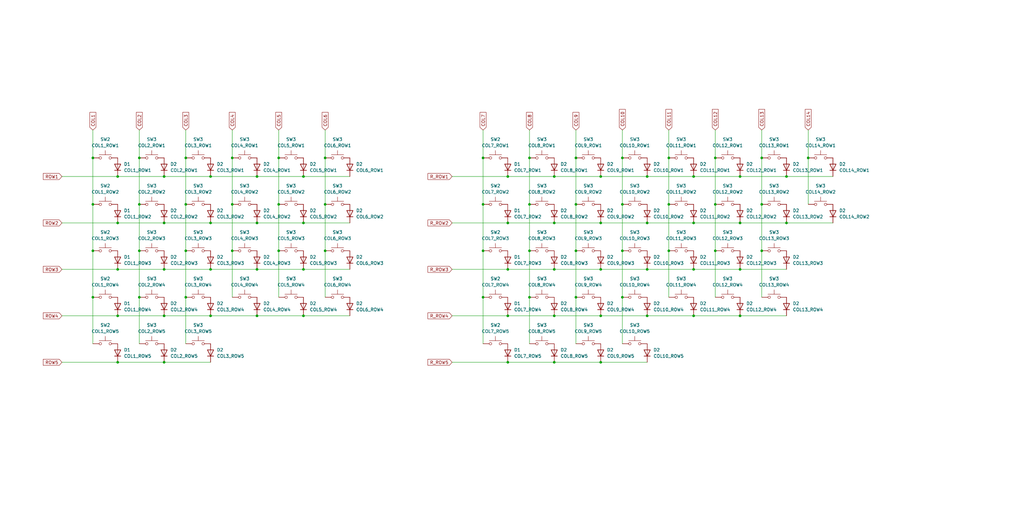
<source format=kicad_sch>
(kicad_sch (version 20230121) (generator eeschema)
  (paper "User" 419.989 210.007)
  (title_block (title "mfk60 Matrix") (date "2023-12-27") (rev "1") (company "@niw"))
  (junction (at 95.25 83.82))
  (junction (at 236.22 83.82))
  (junction (at 124.46 72.39))
  (junction (at 274.32 64.77))
  (junction (at 293.37 64.77))
  (junction (at 114.3 83.82))
  (junction (at 208.28 110.49))
  (junction (at 322.58 91.44))
  (junction (at 312.42 83.82))
  (junction (at 246.38 91.44))
  (junction (at 86.36 72.39))
  (junction (at 284.48 110.49))
  (junction (at 76.2 83.82))
  (junction (at 38.1 102.87))
  (junction (at 312.42 102.87))
  (junction (at 208.28 148.59))
  (junction (at 208.28 72.39))
  (junction (at 227.33 72.39))
  (junction (at 114.3 64.77))
  (junction (at 265.43 91.44))
  (junction (at 255.27 102.87))
  (junction (at 236.22 64.77))
  (junction (at 86.36 91.44))
  (junction (at 48.26 91.44))
  (junction (at 105.41 91.44))
  (junction (at 312.42 64.77))
  (junction (at 331.47 64.77))
  (junction (at 133.35 83.82))
  (junction (at 198.12 102.87))
  (junction (at 303.53 72.39))
  (junction (at 265.43 129.54))
  (junction (at 76.2 64.77))
  (junction (at 217.17 102.87))
  (junction (at 38.1 64.77))
  (junction (at 255.27 83.82))
  (junction (at 38.1 121.92))
  (junction (at 236.22 121.92))
  (junction (at 274.32 83.82))
  (junction (at 67.31 129.54))
  (junction (at 67.31 110.49))
  (junction (at 217.17 64.77))
  (junction (at 303.53 110.49))
  (junction (at 293.37 102.87))
  (junction (at 76.2 121.92))
  (junction (at 57.15 121.92))
  (junction (at 227.33 148.59))
  (junction (at 86.36 129.54))
  (junction (at 124.46 129.54))
  (junction (at 133.35 102.87))
  (junction (at 246.38 72.39))
  (junction (at 67.31 72.39))
  (junction (at 293.37 83.82))
  (junction (at 246.38 110.49))
  (junction (at 67.31 91.44))
  (junction (at 303.53 129.54))
  (junction (at 67.31 148.59))
  (junction (at 198.12 64.77))
  (junction (at 227.33 110.49))
  (junction (at 95.25 64.77))
  (junction (at 284.48 72.39))
  (junction (at 255.27 121.92))
  (junction (at 208.28 129.54))
  (junction (at 246.38 129.54))
  (junction (at 114.3 102.87))
  (junction (at 198.12 121.92))
  (junction (at 198.12 83.82))
  (junction (at 38.1 83.82))
  (junction (at 208.28 91.44))
  (junction (at 133.35 64.77))
  (junction (at 322.58 72.39))
  (junction (at 227.33 129.54))
  (junction (at 124.46 110.49))
  (junction (at 246.38 148.59))
  (junction (at 95.25 102.87))
  (junction (at 265.43 110.49))
  (junction (at 284.48 129.54))
  (junction (at 217.17 121.92))
  (junction (at 76.2 102.87))
  (junction (at 217.17 83.82))
  (junction (at 236.22 102.87))
  (junction (at 105.41 72.39))
  (junction (at 265.43 72.39))
  (junction (at 86.36 110.49))
  (junction (at 274.32 102.87))
  (junction (at 124.46 91.44))
  (junction (at 57.15 64.77))
  (junction (at 255.27 64.77))
  (junction (at 57.15 83.82))
  (junction (at 227.33 91.44))
  (junction (at 48.26 129.54))
  (junction (at 105.41 110.49))
  (junction (at 48.26 110.49))
  (junction (at 48.26 148.59))
  (junction (at 57.15 102.87))
  (junction (at 284.48 91.44))
  (junction (at 48.26 72.39))
  (junction (at 105.41 129.54))
  (junction (at 303.53 91.44))
  (wire (pts (xy 312.42 102.87) (xy 312.42 121.92)))
  (wire (pts (xy 303.53 91.44) (xy 322.58 91.44)))
  (wire (pts (xy 25.4 110.49) (xy 48.26 110.49)))
  (wire (pts (xy 217.17 83.82) (xy 217.17 102.87)))
  (wire (pts (xy 25.4 72.39) (xy 48.26 72.39)))
  (wire (pts (xy 76.2 64.77) (xy 76.2 83.82)))
  (wire (pts (xy 322.58 72.39) (xy 341.63 72.39)))
  (wire (pts (xy 48.26 129.54) (xy 67.31 129.54)))
  (wire (pts (xy 246.38 148.59) (xy 265.43 148.59)))
  (wire (pts (xy 255.27 64.77) (xy 255.27 83.82)))
  (wire (pts (xy 38.1 121.92) (xy 38.1 140.97)))
  (wire (pts (xy 38.1 83.82) (xy 38.1 102.87)))
  (wire (pts (xy 76.2 102.87) (xy 76.2 121.92)))
  (wire (pts (xy 293.37 102.87) (xy 293.37 121.92)))
  (wire (pts (xy 185.42 91.44) (xy 208.28 91.44)))
  (wire (pts (xy 236.22 53.34) (xy 236.22 64.77)))
  (wire (pts (xy 133.35 64.77) (xy 133.35 83.82)))
  (wire (pts (xy 265.43 72.39) (xy 284.48 72.39)))
  (wire (pts (xy 217.17 102.87) (xy 217.17 121.92)))
  (wire (pts (xy 114.3 53.34) (xy 114.3 64.77)))
  (wire (pts (xy 76.2 53.34) (xy 76.2 64.77)))
  (wire (pts (xy 67.31 91.44) (xy 86.36 91.44)))
  (wire (pts (xy 312.42 64.77) (xy 312.42 83.82)))
  (wire (pts (xy 246.38 72.39) (xy 265.43 72.39)))
  (wire (pts (xy 255.27 121.92) (xy 255.27 140.97)))
  (wire (pts (xy 198.12 64.77) (xy 198.12 83.82)))
  (wire (pts (xy 86.36 72.39) (xy 105.41 72.39)))
  (wire (pts (xy 57.15 53.34) (xy 57.15 64.77)))
  (wire (pts (xy 217.17 121.92) (xy 217.17 140.97)))
  (wire (pts (xy 67.31 148.59) (xy 86.36 148.59)))
  (wire (pts (xy 105.41 91.44) (xy 124.46 91.44)))
  (wire (pts (xy 322.58 91.44) (xy 341.63 91.44)))
  (wire (pts (xy 57.15 121.92) (xy 57.15 140.97)))
  (wire (pts (xy 198.12 83.82) (xy 198.12 102.87)))
  (wire (pts (xy 208.28 148.59) (xy 227.33 148.59)))
  (wire (pts (xy 124.46 129.54) (xy 143.51 129.54)))
  (wire (pts (xy 246.38 91.44) (xy 265.43 91.44)))
  (wire (pts (xy 67.31 72.39) (xy 86.36 72.39)))
  (wire (pts (xy 236.22 121.92) (xy 236.22 140.97)))
  (wire (pts (xy 38.1 102.87) (xy 38.1 121.92)))
  (wire (pts (xy 255.27 83.82) (xy 255.27 102.87)))
  (wire (pts (xy 198.12 53.34) (xy 198.12 64.77)))
  (wire (pts (xy 76.2 83.82) (xy 76.2 102.87)))
  (wire (pts (xy 265.43 91.44) (xy 284.48 91.44)))
  (wire (pts (xy 67.31 110.49) (xy 86.36 110.49)))
  (wire (pts (xy 57.15 83.82) (xy 57.15 102.87)))
  (wire (pts (xy 67.31 129.54) (xy 86.36 129.54)))
  (wire (pts (xy 284.48 129.54) (xy 303.53 129.54)))
  (wire (pts (xy 236.22 64.77) (xy 236.22 83.82)))
  (wire (pts (xy 105.41 129.54) (xy 124.46 129.54)))
  (wire (pts (xy 227.33 91.44) (xy 246.38 91.44)))
  (wire (pts (xy 274.32 83.82) (xy 274.32 102.87)))
  (wire (pts (xy 303.53 110.49) (xy 322.58 110.49)))
  (wire (pts (xy 293.37 83.82) (xy 293.37 102.87)))
  (wire (pts (xy 246.38 110.49) (xy 265.43 110.49)))
  (wire (pts (xy 25.4 129.54) (xy 48.26 129.54)))
  (wire (pts (xy 255.27 53.34) (xy 255.27 64.77)))
  (wire (pts (xy 274.32 53.34) (xy 274.32 64.77)))
  (wire (pts (xy 303.53 72.39) (xy 322.58 72.39)))
  (wire (pts (xy 25.4 148.59) (xy 48.26 148.59)))
  (wire (pts (xy 48.26 110.49) (xy 67.31 110.49)))
  (wire (pts (xy 95.25 83.82) (xy 95.25 102.87)))
  (wire (pts (xy 133.35 83.82) (xy 133.35 102.87)))
  (wire (pts (xy 208.28 129.54) (xy 227.33 129.54)))
  (wire (pts (xy 185.42 148.59) (xy 208.28 148.59)))
  (wire (pts (xy 265.43 129.54) (xy 284.48 129.54)))
  (wire (pts (xy 124.46 110.49) (xy 143.51 110.49)))
  (wire (pts (xy 246.38 129.54) (xy 265.43 129.54)))
  (wire (pts (xy 114.3 83.82) (xy 114.3 102.87)))
  (wire (pts (xy 284.48 72.39) (xy 303.53 72.39)))
  (wire (pts (xy 95.25 102.87) (xy 95.25 121.92)))
  (wire (pts (xy 312.42 53.34) (xy 312.42 64.77)))
  (wire (pts (xy 76.2 121.92) (xy 76.2 140.97)))
  (wire (pts (xy 312.42 83.82) (xy 312.42 102.87)))
  (wire (pts (xy 265.43 110.49) (xy 284.48 110.49)))
  (wire (pts (xy 185.42 110.49) (xy 208.28 110.49)))
  (wire (pts (xy 274.32 64.77) (xy 274.32 83.82)))
  (wire (pts (xy 105.41 72.39) (xy 124.46 72.39)))
  (wire (pts (xy 293.37 64.77) (xy 293.37 83.82)))
  (wire (pts (xy 331.47 53.34) (xy 331.47 64.77)))
  (wire (pts (xy 227.33 148.59) (xy 246.38 148.59)))
  (wire (pts (xy 185.42 72.39) (xy 208.28 72.39)))
  (wire (pts (xy 227.33 72.39) (xy 246.38 72.39)))
  (wire (pts (xy 95.25 53.34) (xy 95.25 64.77)))
  (wire (pts (xy 217.17 53.34) (xy 217.17 64.77)))
  (wire (pts (xy 105.41 110.49) (xy 124.46 110.49)))
  (wire (pts (xy 331.47 64.77) (xy 331.47 83.82)))
  (wire (pts (xy 293.37 53.34) (xy 293.37 64.77)))
  (wire (pts (xy 25.4 91.44) (xy 48.26 91.44)))
  (wire (pts (xy 284.48 91.44) (xy 303.53 91.44)))
  (wire (pts (xy 208.28 110.49) (xy 227.33 110.49)))
  (wire (pts (xy 48.26 72.39) (xy 67.31 72.39)))
  (wire (pts (xy 274.32 102.87) (xy 274.32 121.92)))
  (wire (pts (xy 255.27 102.87) (xy 255.27 121.92)))
  (wire (pts (xy 227.33 110.49) (xy 246.38 110.49)))
  (wire (pts (xy 38.1 53.34) (xy 38.1 64.77)))
  (wire (pts (xy 198.12 121.92) (xy 198.12 140.97)))
  (wire (pts (xy 303.53 129.54) (xy 322.58 129.54)))
  (wire (pts (xy 57.15 102.87) (xy 57.15 121.92)))
  (wire (pts (xy 284.48 110.49) (xy 303.53 110.49)))
  (wire (pts (xy 227.33 129.54) (xy 246.38 129.54)))
  (wire (pts (xy 217.17 64.77) (xy 217.17 83.82)))
  (wire (pts (xy 236.22 102.87) (xy 236.22 121.92)))
  (wire (pts (xy 236.22 83.82) (xy 236.22 102.87)))
  (wire (pts (xy 208.28 91.44) (xy 227.33 91.44)))
  (wire (pts (xy 124.46 91.44) (xy 143.51 91.44)))
  (wire (pts (xy 198.12 102.87) (xy 198.12 121.92)))
  (wire (pts (xy 133.35 53.34) (xy 133.35 64.77)))
  (wire (pts (xy 124.46 72.39) (xy 143.51 72.39)))
  (wire (pts (xy 114.3 64.77) (xy 114.3 83.82)))
  (wire (pts (xy 95.25 64.77) (xy 95.25 83.82)))
  (wire (pts (xy 38.1 64.77) (xy 38.1 83.82)))
  (wire (pts (xy 86.36 91.44) (xy 105.41 91.44)))
  (wire (pts (xy 48.26 148.59) (xy 67.31 148.59)))
  (wire (pts (xy 208.28 72.39) (xy 227.33 72.39)))
  (wire (pts (xy 48.26 91.44) (xy 67.31 91.44)))
  (wire (pts (xy 133.35 102.87) (xy 133.35 121.92)))
  (wire (pts (xy 86.36 110.49) (xy 105.41 110.49)))
  (wire (pts (xy 185.42 129.54) (xy 208.28 129.54)))
  (wire (pts (xy 114.3 102.87) (xy 114.3 121.92)))
  (wire (pts (xy 86.36 129.54) (xy 105.41 129.54)))
  (wire (pts (xy 57.15 64.77) (xy 57.15 83.82)))
  (global_label "R_ROW2" (shape input) (at 185.42 91.44 180) (property "Intersheetrefs" "${INTERSHEET_REFS}" (effects hide)))
  (global_label "COL13" (shape input) (at 312.42 53.34 90) (property "Intersheetrefs" "${INTERSHEET_REFS}" (effects hide)))
  (global_label "COL6" (shape input) (at 133.35 53.34 90) (property "Intersheetrefs" "${INTERSHEET_REFS}" (effects hide)))
  (global_label "COL8" (shape input) (at 217.17 53.34 90) (property "Intersheetrefs" "${INTERSHEET_REFS}" (effects hide)))
  (global_label "R_ROW5" (shape input) (at 185.42 148.59 180) (property "Intersheetrefs" "${INTERSHEET_REFS}" (effects hide)))
  (global_label "COL11" (shape input) (at 274.32 53.34 90) (property "Intersheetrefs" "${INTERSHEET_REFS}" (effects hide)))
  (global_label "COL4" (shape input) (at 95.25 53.34 90) (property "Intersheetrefs" "${INTERSHEET_REFS}" (effects hide)))
  (global_label "R_ROW1" (shape input) (at 185.42 72.39 180) (property "Intersheetrefs" "${INTERSHEET_REFS}" (effects hide)))
  (global_label "COL10" (shape input) (at 255.27 53.34 90) (property "Intersheetrefs" "${INTERSHEET_REFS}" (effects hide)))
  (global_label "ROW2" (shape input) (at 25.4 91.44 180) (property "Intersheetrefs" "${INTERSHEET_REFS}" (effects hide)))
  (global_label "COL5" (shape input) (at 114.3 53.34 90) (property "Intersheetrefs" "${INTERSHEET_REFS}" (effects hide)))
  (global_label "COL7" (shape input) (at 198.12 53.34 90) (property "Intersheetrefs" "${INTERSHEET_REFS}" (effects hide)))
  (global_label "COL14" (shape input) (at 331.47 53.34 90) (property "Intersheetrefs" "${INTERSHEET_REFS}" (effects hide)))
  (global_label "R_ROW3" (shape input) (at 185.42 110.49 180) (property "Intersheetrefs" "${INTERSHEET_REFS}" (effects hide)))
  (global_label "COL3" (shape input) (at 76.2 53.34 90) (property "Intersheetrefs" "${INTERSHEET_REFS}" (effects hide)))
  (global_label "COL9" (shape input) (at 236.22 53.34 90) (property "Intersheetrefs" "${INTERSHEET_REFS}" (effects hide)))
  (global_label "ROW4" (shape input) (at 25.4 129.54 180) (property "Intersheetrefs" "${INTERSHEET_REFS}" (effects hide)))
  (global_label "COL12" (shape input) (at 293.37 53.34 90) (property "Intersheetrefs" "${INTERSHEET_REFS}" (effects hide)))
  (global_label "ROW3" (shape input) (at 25.4 110.49 180) (property "Intersheetrefs" "${INTERSHEET_REFS}" (effects hide)))
  (global_label "ROW5" (shape input) (at 25.4 148.59 180) (property "Intersheetrefs" "${INTERSHEET_REFS}" (effects hide)))
  (global_label "COL1" (shape input) (at 38.1 53.34 90) (property "Intersheetrefs" "${INTERSHEET_REFS}" (effects hide)))
  (global_label "R_ROW4" (shape input) (at 185.42 129.54 180) (property "Intersheetrefs" "${INTERSHEET_REFS}" (effects hide)))
  (global_label "COL2" (shape input) (at 57.15 53.34 90) (property "Intersheetrefs" "${INTERSHEET_REFS}" (effects hide)))
  (global_label "ROW1" (shape input) (at 25.4 72.39 180) (property "Intersheetrefs" "${INTERSHEET_REFS}" (effects hide)))
  (symbol (lib_id "Switch:SW_Push") (at 100.33 64.77 0) (unit 1)
    (property "Reference" "SW3" (at 100.33 57.15 0))
    (property "Value" "COL4_ROW1" (at 100.33 59.69 0))
    (property "Footprint" "Gateron_Low_Profile:Gateron_Low_Profile_Socket" (effects hide))
    (instances (project "mfk5" (path "" (reference "SW3") (unit 1))) (project "mfk60" (path "" (reference "SW4") (unit 1))))
  )
  (symbol (lib_id "Device:D") (at 227.33 144.78 90) (unit 1)
    (property "Reference" "D2" (at 229.87 143.51 90) (effects (justify right)))
    (property "Value" "COL8_ROW5" (at 229.87 146.05 90) (effects (justify right)))
    (property "Footprint" "Diode_SMD:D_SOD-123" (effects hide))
    (property "Sim.Device" "D" (effects hide))
    (property "Sim.Pins" "1=K 2=A" (effects hide))
    (instances (project "mfk5" (path "" (reference "D2") (unit 1))) (project "mfk60" (path "" (reference "D59") (unit 1))))
  )
  (symbol (lib_id "Switch:SW_Push") (at 119.38 83.82 0) (unit 1)
    (property "Reference" "SW3" (at 119.38 76.2 0))
    (property "Value" "COL5_ROW2" (at 119.38 78.74 0))
    (property "Footprint" "Gateron_Low_Profile:Gateron_Low_Profile_Socket" (effects hide))
    (instances (project "mfk5" (path "" (reference "SW3") (unit 1))) (project "mfk60" (path "" (reference "SW19") (unit 1))))
  )
  (symbol (lib_id "Switch:SW_Push") (at 81.28 83.82 0) (unit 1)
    (property "Reference" "SW3" (at 81.28 76.2 0))
    (property "Value" "COL3_ROW2" (at 81.28 78.74 0))
    (property "Footprint" "Gateron_Low_Profile:Gateron_Low_Profile_Socket" (effects hide))
    (instances (project "mfk5" (path "" (reference "SW3") (unit 1))) (project "mfk60" (path "" (reference "SW17") (unit 1))))
  )
  (symbol (lib_id "Switch:SW_Push") (at 62.23 64.77 0) (unit 1)
    (property "Reference" "SW3" (at 62.23 57.15 0))
    (property "Value" "COL2_ROW1" (at 62.23 59.69 0))
    (property "Footprint" "Gateron_Low_Profile:Gateron_Low_Profile_Socket" (effects hide))
    (instances (project "mfk5" (path "" (reference "SW3") (unit 1))) (project "mfk60" (path "" (reference "SW2") (unit 1))))
  )
  (symbol (lib_id "Switch:SW_Push") (at 203.2 140.97 0) (unit 1)
    (property "Reference" "SW2" (at 203.2 133.35 0))
    (property "Value" "COL7_ROW5" (at 203.2 135.89 0))
    (property "Footprint" "Gateron_Low_Profile:Gateron_Low_Profile_Socket_Edge" (effects hide))
    (instances (project "mfk5" (path "" (reference "SW2") (unit 1))) (project "mfk60" (path "" (reference "SW58") (unit 1))))
  )
  (symbol (lib_id "Device:D") (at 322.58 106.68 90) (unit 1)
    (property "Reference" "D2" (at 325.12 105.41 90) (effects (justify right)))
    (property "Value" "COL13_ROW3" (at 325.12 107.95 90) (effects (justify right)))
    (property "Footprint" "Diode_SMD:D_SOD-123" (effects hide))
    (property "Sim.Device" "D" (effects hide))
    (property "Sim.Pins" "1=K 2=A" (effects hide))
    (instances (project "mfk5" (path "" (reference "D2") (unit 1))) (project "mfk60" (path "" (reference "D41") (unit 1))))
  )
  (symbol (lib_id "Device:D") (at 208.28 87.63 90) (unit 1)
    (property "Reference" "D1" (at 210.82 86.36 90) (effects (justify right)))
    (property "Value" "COL7_ROW2" (at 210.82 88.9 90) (effects (justify right)))
    (property "Footprint" "Diode_SMD:D_SOD-123" (effects hide))
    (property "Sim.Device" "D" (effects hide))
    (property "Sim.Pins" "1=K 2=A" (effects hide))
    (instances (project "mfk5" (path "" (reference "D1") (unit 1))) (project "mfk60" (path "" (reference "D21") (unit 1))))
  )
  (symbol (lib_id "Switch:SW_Push") (at 138.43 83.82 0) (unit 1)
    (property "Reference" "SW3" (at 138.43 76.2 0))
    (property "Value" "COL6_ROW2" (at 138.43 78.74 0))
    (property "Footprint" "Gateron_Low_Profile:Gateron_Low_Profile_Socket" (effects hide))
    (instances (project "mfk5" (path "" (reference "SW3") (unit 1))) (project "mfk60" (path "" (reference "SW20") (unit 1))))
  )
  (symbol (lib_id "Switch:SW_Push") (at 203.2 102.87 0) (unit 1)
    (property "Reference" "SW2" (at 203.2 95.25 0))
    (property "Value" "COL7_ROW3" (at 203.2 97.79 0))
    (property "Footprint" "Gateron_Low_Profile:Gateron_Low_Profile_Socket_Edge" (effects hide))
    (instances (project "mfk5" (path "" (reference "SW2") (unit 1))) (project "mfk60" (path "" (reference "SW35") (unit 1))))
  )
  (symbol (lib_id "Switch:SW_Push") (at 317.5 83.82 0) (unit 1)
    (property "Reference" "SW3" (at 317.5 76.2 0))
    (property "Value" "COL13_ROW2" (at 317.5 78.74 0))
    (property "Footprint" "Gateron_Low_Profile:Gateron_Low_Profile_Socket" (effects hide))
    (instances (project "mfk5" (path "" (reference "SW3") (unit 1))) (project "mfk60" (path "" (reference "SW27") (unit 1))))
  )
  (symbol (lib_id "Device:D") (at 48.26 144.78 90) (unit 1)
    (property "Reference" "D1" (at 50.8 143.51 90) (effects (justify right)))
    (property "Value" "COL1_ROW5" (at 50.8 146.05 90) (effects (justify right)))
    (property "Footprint" "Diode_SMD:D_SOD-123" (effects hide))
    (property "Sim.Device" "D" (effects hide))
    (property "Sim.Pins" "1=K 2=A" (effects hide))
    (instances (project "mfk5" (path "" (reference "D1") (unit 1))) (project "mfk60" (path "" (reference "D55") (unit 1))))
  )
  (symbol (lib_id "Switch:SW_Push") (at 260.35 121.92 0) (unit 1)
    (property "Reference" "SW3" (at 260.35 114.3 0))
    (property "Value" "COL10_ROW4" (at 260.35 116.84 0))
    (property "Footprint" "Gateron_Low_Profile:Gateron_Low_Profile_Socket" (effects hide))
    (instances (project "mfk5" (path "" (reference "SW3") (unit 1))) (project "mfk60" (path "" (reference "SW51") (unit 1))))
  )
  (symbol (lib_id "Device:D") (at 67.31 106.68 90) (unit 1)
    (property "Reference" "D2" (at 69.85 105.41 90) (effects (justify right)))
    (property "Value" "COL2_ROW3" (at 69.85 107.95 90) (effects (justify right)))
    (property "Footprint" "Diode_SMD:D_SOD-123" (effects hide))
    (property "Sim.Device" "D" (effects hide))
    (property "Sim.Pins" "1=K 2=A" (effects hide))
    (instances (project "mfk5" (path "" (reference "D2") (unit 1))) (project "mfk60" (path "" (reference "D30") (unit 1))))
  )
  (symbol (lib_id "Switch:SW_Push") (at 260.35 83.82 0) (unit 1)
    (property "Reference" "SW3" (at 260.35 76.2 0))
    (property "Value" "COL10_ROW2" (at 260.35 78.74 0))
    (property "Footprint" "Gateron_Low_Profile:Gateron_Low_Profile_Socket" (effects hide))
    (instances (project "mfk5" (path "" (reference "SW3") (unit 1))) (project "mfk60" (path "" (reference "SW24") (unit 1))))
  )
  (symbol (lib_id "Device:D") (at 341.63 68.58 90) (unit 1)
    (property "Reference" "D2" (at 344.17 67.31 90) (effects (justify right)))
    (property "Value" "COL14_ROW1" (at 344.17 69.85 90) (effects (justify right)))
    (property "Footprint" "Diode_SMD:D_SOD-123" (effects hide))
    (property "Sim.Device" "D" (effects hide))
    (property "Sim.Pins" "1=K 2=A" (effects hide))
    (instances (project "mfk5" (path "" (reference "D2") (unit 1))) (project "mfk60" (path "" (reference "D14") (unit 1))))
  )
  (symbol (lib_id "Switch:SW_Push") (at 222.25 121.92 0) (unit 1)
    (property "Reference" "SW3" (at 222.25 114.3 0))
    (property "Value" "COL8_ROW4" (at 222.25 116.84 0))
    (property "Footprint" "Gateron_Low_Profile:Gateron_Low_Profile_Socket" (effects hide))
    (instances (project "mfk5" (path "" (reference "SW3") (unit 1))) (project "mfk60" (path "" (reference "SW49") (unit 1))))
  )
  (symbol (lib_id "Switch:SW_Push") (at 43.18 121.92 0) (unit 1)
    (property "Reference" "SW2" (at 43.18 114.3 0))
    (property "Value" "COL1_ROW4" (at 43.18 116.84 0))
    (property "Footprint" "Gateron_Low_Profile:Gateron_Low_Profile_Socket_Stabilizer_2U" (effects hide))
    (instances (project "mfk5" (path "" (reference "SW2") (unit 1))) (project "mfk60" (path "" (reference "SW42") (unit 1))))
  )
  (symbol (lib_id "Device:D") (at 303.53 87.63 90) (unit 1)
    (property "Reference" "D2" (at 306.07 86.36 90) (effects (justify right)))
    (property "Value" "COL12_ROW2" (at 306.07 88.9 90) (effects (justify right)))
    (property "Footprint" "Diode_SMD:D_SOD-123" (effects hide))
    (property "Sim.Device" "D" (effects hide))
    (property "Sim.Pins" "1=K 2=A" (effects hide))
    (instances (project "mfk5" (path "" (reference "D2") (unit 1))) (project "mfk60" (path "" (reference "D26") (unit 1))))
  )
  (symbol (lib_id "Switch:SW_Push") (at 203.2 83.82 0) (unit 1)
    (property "Reference" "SW2" (at 203.2 76.2 0))
    (property "Value" "COL7_ROW2" (at 203.2 78.74 0))
    (property "Footprint" "Gateron_Low_Profile:Gateron_Low_Profile_Socket_Edge" (effects hide))
    (instances (project "mfk5" (path "" (reference "SW2") (unit 1))) (project "mfk60" (path "" (reference "SW21") (unit 1))))
  )
  (symbol (lib_id "Device:D") (at 265.43 106.68 90) (unit 1)
    (property "Reference" "D2" (at 267.97 105.41 90) (effects (justify right)))
    (property "Value" "COL10_ROW3" (at 267.97 107.95 90) (effects (justify right)))
    (property "Footprint" "Diode_SMD:D_SOD-123" (effects hide))
    (property "Sim.Device" "D" (effects hide))
    (property "Sim.Pins" "1=K 2=A" (effects hide))
    (instances (project "mfk5" (path "" (reference "D2") (unit 1))) (project "mfk60" (path "" (reference "D38") (unit 1))))
  )
  (symbol (lib_id "Switch:SW_Push") (at 222.25 64.77 0) (unit 1)
    (property "Reference" "SW3" (at 222.25 57.15 0))
    (property "Value" "COL8_ROW1" (at 222.25 59.69 0))
    (property "Footprint" "Gateron_Low_Profile:Gateron_Low_Profile_Socket" (effects hide))
    (instances (project "mfk5" (path "" (reference "SW3") (unit 1))) (project "mfk60" (path "" (reference "SW8") (unit 1))))
  )
  (symbol (lib_id "Switch:SW_Push") (at 317.5 64.77 0) (unit 1)
    (property "Reference" "SW3" (at 317.5 57.15 0))
    (property "Value" "COL13_ROW1" (at 317.5 59.69 0))
    (property "Footprint" "Gateron_Low_Profile:Gateron_Low_Profile_Socket" (effects hide))
    (instances (project "mfk5" (path "" (reference "SW3") (unit 1))) (project "mfk60" (path "" (reference "SW13") (unit 1))))
  )
  (symbol (lib_id "Device:D") (at 143.51 106.68 90) (unit 1)
    (property "Reference" "D2" (at 146.05 105.41 90) (effects (justify right)))
    (property "Value" "COL6_ROW3" (at 146.05 107.95 90) (effects (justify right)))
    (property "Footprint" "Diode_SMD:D_SOD-123" (effects hide))
    (property "Sim.Device" "D" (effects hide))
    (property "Sim.Pins" "1=K 2=A" (effects hide))
    (instances (project "mfk5" (path "" (reference "D2") (unit 1))) (project "mfk60" (path "" (reference "D34") (unit 1))))
  )
  (symbol (lib_id "Device:D") (at 86.36 125.73 90) (unit 1)
    (property "Reference" "D2" (at 88.9 124.46 90) (effects (justify right)))
    (property "Value" "COL3_ROW4" (at 88.9 127 90) (effects (justify right)))
    (property "Footprint" "Diode_SMD:D_SOD-123" (effects hide))
    (property "Sim.Device" "D" (effects hide))
    (property "Sim.Pins" "1=K 2=A" (effects hide))
    (instances (project "mfk5" (path "" (reference "D2") (unit 1))) (project "mfk60" (path "" (reference "D44") (unit 1))))
  )
  (symbol (lib_id "Switch:SW_Push") (at 119.38 102.87 0) (unit 1)
    (property "Reference" "SW3" (at 119.38 95.25 0))
    (property "Value" "COL5_ROW3" (at 119.38 97.79 0))
    (property "Footprint" "Gateron_Low_Profile:Gateron_Low_Profile_Socket" (effects hide))
    (instances (project "mfk5" (path "" (reference "SW3") (unit 1))) (project "mfk60" (path "" (reference "SW33") (unit 1))))
  )
  (symbol (lib_id "Switch:SW_Push") (at 62.23 102.87 0) (unit 1)
    (property "Reference" "SW3" (at 62.23 95.25 0))
    (property "Value" "COL2_ROW3" (at 62.23 97.79 0))
    (property "Footprint" "Gateron_Low_Profile:Gateron_Low_Profile_Socket" (effects hide))
    (instances (project "mfk5" (path "" (reference "SW3") (unit 1))) (project "mfk60" (path "" (reference "SW30") (unit 1))))
  )
  (symbol (lib_id "Device:D") (at 246.38 144.78 90) (unit 1)
    (property "Reference" "D2" (at 248.92 143.51 90) (effects (justify right)))
    (property "Value" "COL9_ROW5" (at 248.92 146.05 90) (effects (justify right)))
    (property "Footprint" "Diode_SMD:D_SOD-123" (effects hide))
    (property "Sim.Device" "D" (effects hide))
    (property "Sim.Pins" "1=K 2=A" (effects hide))
    (instances (project "mfk5" (path "" (reference "D2") (unit 1))) (project "mfk60" (path "" (reference "D60") (unit 1))))
  )
  (symbol (lib_id "Device:D") (at 86.36 68.58 90) (unit 1)
    (property "Reference" "D2" (at 88.9 67.31 90) (effects (justify right)))
    (property "Value" "COL3_ROW1" (at 88.9 69.85 90) (effects (justify right)))
    (property "Footprint" "Diode_SMD:D_SOD-123" (effects hide))
    (property "Sim.Device" "D" (effects hide))
    (property "Sim.Pins" "1=K 2=A" (effects hide))
    (instances (project "mfk5" (path "" (reference "D2") (unit 1))) (project "mfk60" (path "" (reference "D3") (unit 1))))
  )
  (symbol (lib_id "Switch:SW_Push") (at 100.33 83.82 0) (unit 1)
    (property "Reference" "SW3" (at 100.33 76.2 0))
    (property "Value" "COL4_ROW2" (at 100.33 78.74 0))
    (property "Footprint" "Gateron_Low_Profile:Gateron_Low_Profile_Socket" (effects hide))
    (instances (project "mfk5" (path "" (reference "SW3") (unit 1))) (project "mfk60" (path "" (reference "SW18") (unit 1))))
  )
  (symbol (lib_id "Switch:SW_Push") (at 43.18 64.77 0) (unit 1)
    (property "Reference" "SW2" (at 43.18 57.15 0))
    (property "Value" "COL1_ROW1" (at 43.18 59.69 0))
    (property "Footprint" "Gateron_Low_Profile:Gateron_Low_Profile_Socket_Edge" (effects hide))
    (instances (project "mfk5" (path "" (reference "SW2") (unit 1))) (project "mfk60" (path "" (reference "SW1") (unit 1))))
  )
  (symbol (lib_id "Switch:SW_Push") (at 298.45 121.92 0) (unit 1)
    (property "Reference" "SW3" (at 298.45 114.3 0))
    (property "Value" "COL12_ROW4" (at 298.45 116.84 0))
    (property "Footprint" "Gateron_Low_Profile:Gateron_Low_Profile_Socket" (effects hide))
    (instances (project "mfk5" (path "" (reference "SW3") (unit 1))) (project "mfk60" (path "" (reference "SW53") (unit 1))))
  )
  (symbol (lib_id "Switch:SW_Push") (at 260.35 64.77 0) (unit 1)
    (property "Reference" "SW3" (at 260.35 57.15 0))
    (property "Value" "COL10_ROW1" (at 260.35 59.69 0))
    (property "Footprint" "Gateron_Low_Profile:Gateron_Low_Profile_Socket" (effects hide))
    (instances (project "mfk5" (path "" (reference "SW3") (unit 1))) (project "mfk60" (path "" (reference "SW10") (unit 1))))
  )
  (symbol (lib_id "Switch:SW_Push") (at 62.23 83.82 0) (unit 1)
    (property "Reference" "SW3" (at 62.23 76.2 0))
    (property "Value" "COL2_ROW2" (at 62.23 78.74 0))
    (property "Footprint" "Gateron_Low_Profile:Gateron_Low_Profile_Socket" (effects hide))
    (instances (project "mfk5" (path "" (reference "SW3") (unit 1))) (project "mfk60" (path "" (reference "SW16") (unit 1))))
  )
  (symbol (lib_id "Device:D") (at 143.51 87.63 90) (unit 1)
    (property "Reference" "D2" (at 146.05 86.36 90) (effects (justify right)))
    (property "Value" "COL6_ROW2" (at 146.05 88.9 90) (effects (justify right)))
    (property "Footprint" "Diode_SMD:D_SOD-123" (effects hide))
    (property "Sim.Device" "D" (effects hide))
    (property "Sim.Pins" "1=K 2=A" (effects hide))
    (instances (project "mfk5" (path "" (reference "D2") (unit 1))) (project "mfk60" (path "" (reference "D20") (unit 1))))
  )
  (symbol (lib_id "Switch:SW_Push") (at 317.5 102.87 0) (unit 1)
    (property "Reference" "SW3" (at 317.5 95.25 0))
    (property "Value" "COL13_ROW3" (at 317.5 97.79 0))
    (property "Footprint" "Gateron_Low_Profile:Gateron_Low_Profile_Socket_Stabilizer_2U" (effects hide))
    (instances (project "mfk5" (path "" (reference "SW3") (unit 1))) (project "mfk60" (path "" (reference "SW41") (unit 1))))
  )
  (symbol (lib_id "Device:D") (at 86.36 87.63 90) (unit 1)
    (property "Reference" "D2" (at 88.9 86.36 90) (effects (justify right)))
    (property "Value" "COL3_ROW2" (at 88.9 88.9 90) (effects (justify right)))
    (property "Footprint" "Diode_SMD:D_SOD-123" (effects hide))
    (property "Sim.Device" "D" (effects hide))
    (property "Sim.Pins" "1=K 2=A" (effects hide))
    (instances (project "mfk5" (path "" (reference "D2") (unit 1))) (project "mfk60" (path "" (reference "D17") (unit 1))))
  )
  (symbol (lib_id "Switch:SW_Push") (at 241.3 102.87 0) (unit 1)
    (property "Reference" "SW3" (at 241.3 95.25 0))
    (property "Value" "COL9_ROW3" (at 241.3 97.79 0))
    (property "Footprint" "Gateron_Low_Profile:Gateron_Low_Profile_Socket" (effects hide))
    (instances (project "mfk5" (path "" (reference "SW3") (unit 1))) (project "mfk60" (path "" (reference "SW37") (unit 1))))
  )
  (symbol (lib_id "Switch:SW_Push") (at 336.55 83.82 0) (unit 1)
    (property "Reference" "SW3" (at 336.55 76.2 0))
    (property "Value" "COL14_ROW2" (at 336.55 78.74 0))
    (property "Footprint" "Gateron_Low_Profile:Gateron_Low_Profile_Socket" (effects hide))
    (instances (project "mfk5" (path "" (reference "SW3") (unit 1))) (project "mfk60" (path "" (reference "SW28") (unit 1))))
  )
  (symbol (lib_id "Switch:SW_Push") (at 298.45 83.82 0) (unit 1)
    (property "Reference" "SW3" (at 298.45 76.2 0))
    (property "Value" "COL12_ROW2" (at 298.45 78.74 0))
    (property "Footprint" "Gateron_Low_Profile:Gateron_Low_Profile_Socket" (effects hide))
    (instances (project "mfk5" (path "" (reference "SW3") (unit 1))) (project "mfk60" (path "" (reference "SW26") (unit 1))))
  )
  (symbol (lib_id "Switch:SW_Push") (at 62.23 140.97 0) (unit 1)
    (property "Reference" "SW3" (at 62.23 133.35 0))
    (property "Value" "COL2_ROW5" (at 62.23 135.89 0))
    (property "Footprint" "Gateron_Low_Profile:Gateron_Low_Profile_Socket" (effects hide))
    (instances (project "mfk5" (path "" (reference "SW3") (unit 1))) (project "mfk60" (path "" (reference "SW56") (unit 1))))
  )
  (symbol (lib_id "Device:D") (at 208.28 144.78 90) (unit 1)
    (property "Reference" "D1" (at 210.82 143.51 90) (effects (justify right)))
    (property "Value" "COL7_ROW5" (at 210.82 146.05 90) (effects (justify right)))
    (property "Footprint" "Diode_SMD:D_SOD-123" (effects hide))
    (property "Sim.Device" "D" (effects hide))
    (property "Sim.Pins" "1=K 2=A" (effects hide))
    (instances (project "mfk5" (path "" (reference "D1") (unit 1))) (project "mfk60" (path "" (reference "D58") (unit 1))))
  )
  (symbol (lib_id "Device:D") (at 86.36 144.78 90) (unit 1)
    (property "Reference" "D2" (at 88.9 143.51 90) (effects (justify right)))
    (property "Value" "COL3_ROW5" (at 88.9 146.05 90) (effects (justify right)))
    (property "Footprint" "Diode_SMD:D_SOD-123" (effects hide))
    (property "Sim.Device" "D" (effects hide))
    (property "Sim.Pins" "1=K 2=A" (effects hide))
    (instances (project "mfk5" (path "" (reference "D2") (unit 1))) (project "mfk60" (path "" (reference "D57") (unit 1))))
  )
  (symbol (lib_id "Device:D") (at 246.38 87.63 90) (unit 1)
    (property "Reference" "D2" (at 248.92 86.36 90) (effects (justify right)))
    (property "Value" "COL9_ROW2" (at 248.92 88.9 90) (effects (justify right)))
    (property "Footprint" "Diode_SMD:D_SOD-123" (effects hide))
    (property "Sim.Device" "D" (effects hide))
    (property "Sim.Pins" "1=K 2=A" (effects hide))
    (instances (project "mfk5" (path "" (reference "D2") (unit 1))) (project "mfk60" (path "" (reference "D23") (unit 1))))
  )
  (symbol (lib_id "Switch:SW_Push") (at 279.4 102.87 0) (unit 1)
    (property "Reference" "SW3" (at 279.4 95.25 0))
    (property "Value" "COL11_ROW3" (at 279.4 97.79 0))
    (property "Footprint" "Gateron_Low_Profile:Gateron_Low_Profile_Socket" (effects hide))
    (instances (project "mfk5" (path "" (reference "SW3") (unit 1))) (project "mfk60" (path "" (reference "SW39") (unit 1))))
  )
  (symbol (lib_id "Device:D") (at 322.58 87.63 90) (unit 1)
    (property "Reference" "D2" (at 325.12 86.36 90) (effects (justify right)))
    (property "Value" "COL13_ROW2" (at 325.12 88.9 90) (effects (justify right)))
    (property "Footprint" "Diode_SMD:D_SOD-123" (effects hide))
    (property "Sim.Device" "D" (effects hide))
    (property "Sim.Pins" "1=K 2=A" (effects hide))
    (instances (project "mfk5" (path "" (reference "D2") (unit 1))) (project "mfk60" (path "" (reference "D27") (unit 1))))
  )
  (symbol (lib_id "Device:D") (at 227.33 106.68 90) (unit 1)
    (property "Reference" "D2" (at 229.87 105.41 90) (effects (justify right)))
    (property "Value" "COL8_ROW3" (at 229.87 107.95 90) (effects (justify right)))
    (property "Footprint" "Diode_SMD:D_SOD-123" (effects hide))
    (property "Sim.Device" "D" (effects hide))
    (property "Sim.Pins" "1=K 2=A" (effects hide))
    (instances (project "mfk5" (path "" (reference "D2") (unit 1))) (project "mfk60" (path "" (reference "D36") (unit 1))))
  )
  (symbol (lib_id "Device:D") (at 208.28 68.58 90) (unit 1)
    (property "Reference" "D1" (at 210.82 67.31 90) (effects (justify right)))
    (property "Value" "COL7_ROW1" (at 210.82 69.85 90) (effects (justify right)))
    (property "Footprint" "Diode_SMD:D_SOD-123" (effects hide))
    (property "Sim.Device" "D" (effects hide))
    (property "Sim.Pins" "1=K 2=A" (effects hide))
    (instances (project "mfk5" (path "" (reference "D1") (unit 1))) (project "mfk60" (path "" (reference "D7") (unit 1))))
  )
  (symbol (lib_id "Switch:SW_Push") (at 222.25 83.82 0) (unit 1)
    (property "Reference" "SW3" (at 222.25 76.2 0))
    (property "Value" "COL8_ROW2" (at 222.25 78.74 0))
    (property "Footprint" "Gateron_Low_Profile:Gateron_Low_Profile_Socket" (effects hide))
    (instances (project "mfk5" (path "" (reference "SW3") (unit 1))) (project "mfk60" (path "" (reference "SW22") (unit 1))))
  )
  (symbol (lib_id "Switch:SW_Push") (at 81.28 64.77 0) (unit 1)
    (property "Reference" "SW3" (at 81.28 57.15 0))
    (property "Value" "COL3_ROW1" (at 81.28 59.69 0))
    (property "Footprint" "Gateron_Low_Profile:Gateron_Low_Profile_Socket" (effects hide))
  )
  (symbol (lib_id "Switch:SW_Push") (at 138.43 121.92 0) (unit 1)
    (property "Reference" "SW3" (at 138.43 114.3 0))
    (property "Value" "COL6_ROW4" (at 138.43 116.84 0))
    (property "Footprint" "Gateron_Low_Profile:Gateron_Low_Profile_Socket" (effects hide))
    (instances (project "mfk5" (path "" (reference "SW3") (unit 1))) (project "mfk60" (path "" (reference "SW47") (unit 1))))
  )
  (symbol (lib_id "Device:D") (at 48.26 125.73 90) (unit 1)
    (property "Reference" "D1" (at 50.8 124.46 90) (effects (justify right)))
    (property "Value" "COL1_ROW4" (at 50.8 127 90) (effects (justify right)))
    (property "Footprint" "Diode_SMD:D_SOD-123" (effects hide))
    (property "Sim.Device" "D" (effects hide))
    (property "Sim.Pins" "1=K 2=A" (effects hide))
    (instances (project "mfk5" (path "" (reference "D1") (unit 1))) (project "mfk60" (path "" (reference "D42") (unit 1))))
  )
  (symbol (lib_id "Switch:SW_Push") (at 298.45 64.77 0) (unit 1)
    (property "Reference" "SW3" (at 298.45 57.15 0))
    (property "Value" "COL12_ROW1" (at 298.45 59.69 0))
    (property "Footprint" "Gateron_Low_Profile:Gateron_Low_Profile_Socket" (effects hide))
    (instances (project "mfk5" (path "" (reference "SW3") (unit 1))) (project "mfk60" (path "" (reference "SW12") (unit 1))))
  )
  (symbol (lib_id "Switch:SW_Push") (at 203.2 64.77 0) (unit 1)
    (property "Reference" "SW2" (at 203.2 57.15 0))
    (property "Value" "COL7_ROW1" (at 203.2 59.69 0))
    (property "Footprint" "Gateron_Low_Profile:Gateron_Low_Profile_Socket_Edge" (effects hide))
    (instances (project "mfk5" (path "" (reference "SW2") (unit 1))) (project "mfk60" (path "" (reference "SW7") (unit 1))))
  )
  (symbol (lib_id "Device:D") (at 303.53 106.68 90) (unit 1)
    (property "Reference" "D2" (at 306.07 105.41 90) (effects (justify right)))
    (property "Value" "COL12_ROW3" (at 306.07 107.95 90) (effects (justify right)))
    (property "Footprint" "Diode_SMD:D_SOD-123" (effects hide))
    (property "Sim.Device" "D" (effects hide))
    (property "Sim.Pins" "1=K 2=A" (effects hide))
    (instances (project "mfk5" (path "" (reference "D2") (unit 1))) (project "mfk60" (path "" (reference "D40") (unit 1))))
  )
  (symbol (lib_id "Device:D") (at 208.28 106.68 90) (unit 1)
    (property "Reference" "D1" (at 210.82 105.41 90) (effects (justify right)))
    (property "Value" "COL7_ROW3" (at 210.82 107.95 90) (effects (justify right)))
    (property "Footprint" "Diode_SMD:D_SOD-123" (effects hide))
    (property "Sim.Device" "D" (effects hide))
    (property "Sim.Pins" "1=K 2=A" (effects hide))
    (instances (project "mfk5" (path "" (reference "D1") (unit 1))) (project "mfk60" (path "" (reference "D35") (unit 1))))
  )
  (symbol (lib_id "Device:D") (at 303.53 68.58 90) (unit 1)
    (property "Reference" "D2" (at 306.07 67.31 90) (effects (justify right)))
    (property "Value" "COL12_ROW1" (at 306.07 69.85 90) (effects (justify right)))
    (property "Footprint" "Diode_SMD:D_SOD-123" (effects hide))
    (property "Sim.Device" "D" (effects hide))
    (property "Sim.Pins" "1=K 2=A" (effects hide))
    (instances (project "mfk5" (path "" (reference "D2") (unit 1))) (project "mfk60" (path "" (reference "D12") (unit 1))))
  )
  (symbol (lib_id "Device:D") (at 67.31 125.73 90) (unit 1)
    (property "Reference" "D2" (at 69.85 124.46 90) (effects (justify right)))
    (property "Value" "COL2_ROW4" (at 69.85 127 90) (effects (justify right)))
    (property "Footprint" "Diode_SMD:D_SOD-123" (effects hide))
    (property "Sim.Device" "D" (effects hide))
    (property "Sim.Pins" "1=K 2=A" (effects hide))
    (instances (project "mfk5" (path "" (reference "D2") (unit 1))) (project "mfk60" (path "" (reference "D43") (unit 1))))
  )
  (symbol (lib_id "Device:D") (at 67.31 68.58 90) (unit 1)
    (property "Reference" "D2" (at 69.85 67.31 90) (effects (justify right)))
    (property "Value" "COL2_ROW1" (at 69.85 69.85 90) (effects (justify right)))
    (property "Footprint" "Diode_SMD:D_SOD-123" (effects hide))
    (property "Sim.Device" "D" (effects hide))
    (property "Sim.Pins" "1=K 2=A" (effects hide))
  )
  (symbol (lib_id "Device:D") (at 143.51 68.58 90) (unit 1)
    (property "Reference" "D2" (at 146.05 67.31 90) (effects (justify right)))
    (property "Value" "COL6_ROW1" (at 146.05 69.85 90) (effects (justify right)))
    (property "Footprint" "Diode_SMD:D_SOD-123" (effects hide))
    (property "Sim.Device" "D" (effects hide))
    (property "Sim.Pins" "1=K 2=A" (effects hide))
    (instances (project "mfk5" (path "" (reference "D2") (unit 1))) (project "mfk60" (path "" (reference "D6") (unit 1))))
  )
  (symbol (lib_id "Device:D") (at 284.48 87.63 90) (unit 1)
    (property "Reference" "D2" (at 287.02 86.36 90) (effects (justify right)))
    (property "Value" "COL11_ROW2" (at 287.02 88.9 90) (effects (justify right)))
    (property "Footprint" "Diode_SMD:D_SOD-123" (effects hide))
    (property "Sim.Device" "D" (effects hide))
    (property "Sim.Pins" "1=K 2=A" (effects hide))
    (instances (project "mfk5" (path "" (reference "D2") (unit 1))) (project "mfk60" (path "" (reference "D25") (unit 1))))
  )
  (symbol (lib_id "Device:D") (at 227.33 68.58 90) (unit 1)
    (property "Reference" "D2" (at 229.87 67.31 90) (effects (justify right)))
    (property "Value" "COL8_ROW1" (at 229.87 69.85 90) (effects (justify right)))
    (property "Footprint" "Diode_SMD:D_SOD-123" (effects hide))
    (property "Sim.Device" "D" (effects hide))
    (property "Sim.Pins" "1=K 2=A" (effects hide))
    (instances (project "mfk5" (path "" (reference "D2") (unit 1))) (project "mfk60" (path "" (reference "D8") (unit 1))))
  )
  (symbol (lib_id "Device:D") (at 246.38 68.58 90) (unit 1)
    (property "Reference" "D2" (at 248.92 67.31 90) (effects (justify right)))
    (property "Value" "COL9_ROW1" (at 248.92 69.85 90) (effects (justify right)))
    (property "Footprint" "Diode_SMD:D_SOD-123" (effects hide))
    (property "Sim.Device" "D" (effects hide))
    (property "Sim.Pins" "1=K 2=A" (effects hide))
    (instances (project "mfk5" (path "" (reference "D2") (unit 1))) (project "mfk60" (path "" (reference "D9") (unit 1))))
  )
  (symbol (lib_id "Switch:SW_Push") (at 43.18 102.87 0) (unit 1)
    (property "Reference" "SW2" (at 43.18 95.25 0))
    (property "Value" "COL1_ROW3" (at 43.18 97.79 0))
    (property "Footprint" "Gateron_Low_Profile:Gateron_Low_Profile_Socket" (effects hide))
    (instances (project "mfk5" (path "" (reference "SW2") (unit 1))) (project "mfk60" (path "" (reference "SW29") (unit 1))))
  )
  (symbol (lib_id "Device:D") (at 143.51 125.73 90) (unit 1)
    (property "Reference" "D2" (at 146.05 124.46 90) (effects (justify right)))
    (property "Value" "COL6_ROW4" (at 146.05 127 90) (effects (justify right)))
    (property "Footprint" "Diode_SMD:D_SOD-123" (effects hide))
    (property "Sim.Device" "D" (effects hide))
    (property "Sim.Pins" "1=K 2=A" (effects hide))
    (instances (project "mfk5" (path "" (reference "D2") (unit 1))) (project "mfk60" (path "" (reference "D47") (unit 1))))
  )
  (symbol (lib_id "Device:D") (at 86.36 106.68 90) (unit 1)
    (property "Reference" "D2" (at 88.9 105.41 90) (effects (justify right)))
    (property "Value" "COL3_ROW3" (at 88.9 107.95 90) (effects (justify right)))
    (property "Footprint" "Diode_SMD:D_SOD-123" (effects hide))
    (property "Sim.Device" "D" (effects hide))
    (property "Sim.Pins" "1=K 2=A" (effects hide))
    (instances (project "mfk5" (path "" (reference "D2") (unit 1))) (project "mfk60" (path "" (reference "D31") (unit 1))))
  )
  (symbol (lib_id "Device:D") (at 124.46 125.73 90) (unit 1)
    (property "Reference" "D2" (at 127 124.46 90) (effects (justify right)))
    (property "Value" "COL5_ROW4" (at 127 127 90) (effects (justify right)))
    (property "Footprint" "Diode_SMD:D_SOD-123" (effects hide))
    (property "Sim.Device" "D" (effects hide))
    (property "Sim.Pins" "1=K 2=A" (effects hide))
    (instances (project "mfk5" (path "" (reference "D2") (unit 1))) (project "mfk60" (path "" (reference "D46") (unit 1))))
  )
  (symbol (lib_id "Switch:SW_Push") (at 119.38 121.92 0) (unit 1)
    (property "Reference" "SW3" (at 119.38 114.3 0))
    (property "Value" "COL5_ROW4" (at 119.38 116.84 0))
    (property "Footprint" "Gateron_Low_Profile:Gateron_Low_Profile_Socket" (effects hide))
    (instances (project "mfk5" (path "" (reference "SW3") (unit 1))) (project "mfk60" (path "" (reference "SW46") (unit 1))))
  )
  (symbol (lib_id "Device:D") (at 322.58 68.58 90) (unit 1)
    (property "Reference" "D2" (at 325.12 67.31 90) (effects (justify right)))
    (property "Value" "COL13_ROW1" (at 325.12 69.85 90) (effects (justify right)))
    (property "Footprint" "Diode_SMD:D_SOD-123" (effects hide))
    (property "Sim.Device" "D" (effects hide))
    (property "Sim.Pins" "1=K 2=A" (effects hide))
    (instances (project "mfk5" (path "" (reference "D2") (unit 1))) (project "mfk60" (path "" (reference "D13") (unit 1))))
  )
  (symbol (lib_id "Switch:SW_Push") (at 119.38 64.77 0) (unit 1)
    (property "Reference" "SW3" (at 119.38 57.15 0))
    (property "Value" "COL5_ROW1" (at 119.38 59.69 0))
    (property "Footprint" "Gateron_Low_Profile:Gateron_Low_Profile_Socket" (effects hide))
    (instances (project "mfk5" (path "" (reference "SW3") (unit 1))) (project "mfk60" (path "" (reference "SW5") (unit 1))))
  )
  (symbol (lib_id "Device:D") (at 265.43 144.78 90) (unit 1)
    (property "Reference" "D2" (at 267.97 143.51 90) (effects (justify right)))
    (property "Value" "COL10_ROW5" (at 267.97 146.05 90) (effects (justify right)))
    (property "Footprint" "Diode_SMD:D_SOD-123" (effects hide))
    (property "Sim.Device" "D" (effects hide))
    (property "Sim.Pins" "1=K 2=A" (effects hide))
    (instances (project "mfk5" (path "" (reference "D2") (unit 1))) (project "mfk60" (path "" (reference "D61") (unit 1))))
  )
  (symbol (lib_id "Switch:SW_Push") (at 317.5 121.92 0) (unit 1)
    (property "Reference" "SW3" (at 317.5 114.3 0))
    (property "Value" "COL13_ROW4" (at 317.5 116.84 0))
    (property "Footprint" "Gateron_Low_Profile:Gateron_Low_Profile_Socket" (effects hide))
    (instances (project "mfk5" (path "" (reference "SW3") (unit 1))) (project "mfk60" (path "" (reference "SW54") (unit 1))))
  )
  (symbol (lib_id "Switch:SW_Push") (at 298.45 102.87 0) (unit 1)
    (property "Reference" "SW3" (at 298.45 95.25 0))
    (property "Value" "COL12_ROW3" (at 298.45 97.79 0))
    (property "Footprint" "Gateron_Low_Profile:Gateron_Low_Profile_Socket" (effects hide))
    (instances (project "mfk5" (path "" (reference "SW3") (unit 1))) (project "mfk60" (path "" (reference "SW40") (unit 1))))
  )
  (symbol (lib_id "Device:D") (at 265.43 68.58 90) (unit 1)
    (property "Reference" "D2" (at 267.97 67.31 90) (effects (justify right)))
    (property "Value" "COL10_ROW1" (at 267.97 69.85 90) (effects (justify right)))
    (property "Footprint" "Diode_SMD:D_SOD-123" (effects hide))
    (property "Sim.Device" "D" (effects hide))
    (property "Sim.Pins" "1=K 2=A" (effects hide))
    (instances (project "mfk5" (path "" (reference "D2") (unit 1))) (project "mfk60" (path "" (reference "D10") (unit 1))))
  )
  (symbol (lib_id "Switch:SW_Push") (at 43.18 83.82 0) (unit 1)
    (property "Reference" "SW2" (at 43.18 76.2 0))
    (property "Value" "COL1_ROW2" (at 43.18 78.74 0))
    (property "Footprint" "Gateron_Low_Profile:Gateron_Low_Profile_Socket" (effects hide))
    (instances (project "mfk5" (path "" (reference "SW2") (unit 1))) (project "mfk60" (path "" (reference "SW15") (unit 1))))
  )
  (symbol (lib_id "Device:D") (at 284.48 106.68 90) (unit 1)
    (property "Reference" "D2" (at 287.02 105.41 90) (effects (justify right)))
    (property "Value" "COL11_ROW3" (at 287.02 107.95 90) (effects (justify right)))
    (property "Footprint" "Diode_SMD:D_SOD-123" (effects hide))
    (property "Sim.Device" "D" (effects hide))
    (property "Sim.Pins" "1=K 2=A" (effects hide))
    (instances (project "mfk5" (path "" (reference "D2") (unit 1))) (project "mfk60" (path "" (reference "D39") (unit 1))))
  )
  (symbol (lib_id "Device:D") (at 124.46 106.68 90) (unit 1)
    (property "Reference" "D2" (at 127 105.41 90) (effects (justify right)))
    (property "Value" "COL5_ROW3" (at 127 107.95 90) (effects (justify right)))
    (property "Footprint" "Diode_SMD:D_SOD-123" (effects hide))
    (property "Sim.Device" "D" (effects hide))
    (property "Sim.Pins" "1=K 2=A" (effects hide))
    (instances (project "mfk5" (path "" (reference "D2") (unit 1))) (project "mfk60" (path "" (reference "D33") (unit 1))))
  )
  (symbol (lib_id "Switch:SW_Push") (at 100.33 102.87 0) (unit 1)
    (property "Reference" "SW3" (at 100.33 95.25 0))
    (property "Value" "COL4_ROW3" (at 100.33 97.79 0))
    (property "Footprint" "Gateron_Low_Profile:Gateron_Low_Profile_Socket" (effects hide))
    (instances (project "mfk5" (path "" (reference "SW3") (unit 1))) (project "mfk60" (path "" (reference "SW32") (unit 1))))
  )
  (symbol (lib_id "Device:D") (at 124.46 87.63 90) (unit 1)
    (property "Reference" "D2" (at 127 86.36 90) (effects (justify right)))
    (property "Value" "COL5_ROW2" (at 127 88.9 90) (effects (justify right)))
    (property "Footprint" "Diode_SMD:D_SOD-123" (effects hide))
    (property "Sim.Device" "D" (effects hide))
    (property "Sim.Pins" "1=K 2=A" (effects hide))
    (instances (project "mfk5" (path "" (reference "D2") (unit 1))) (project "mfk60" (path "" (reference "D19") (unit 1))))
  )
  (symbol (lib_id "Device:D") (at 105.41 125.73 90) (unit 1)
    (property "Reference" "D2" (at 107.95 124.46 90) (effects (justify right)))
    (property "Value" "COL4_ROW4" (at 107.95 127 90) (effects (justify right)))
    (property "Footprint" "Diode_SMD:D_SOD-123" (effects hide))
    (property "Sim.Device" "D" (effects hide))
    (property "Sim.Pins" "1=K 2=A" (effects hide))
    (instances (project "mfk5" (path "" (reference "D2") (unit 1))) (project "mfk60" (path "" (reference "D45") (unit 1))))
  )
  (symbol (lib_id "Switch:SW_Push") (at 241.3 64.77 0) (unit 1)
    (property "Reference" "SW3" (at 241.3 57.15 0))
    (property "Value" "COL9_ROW1" (at 241.3 59.69 0))
    (property "Footprint" "Gateron_Low_Profile:Gateron_Low_Profile_Socket" (effects hide))
    (instances (project "mfk5" (path "" (reference "SW3") (unit 1))) (project "mfk60" (path "" (reference "SW9") (unit 1))))
  )
  (symbol (lib_id "Device:D") (at 265.43 125.73 90) (unit 1)
    (property "Reference" "D2" (at 267.97 124.46 90) (effects (justify right)))
    (property "Value" "COL10_ROW4" (at 267.97 127 90) (effects (justify right)))
    (property "Footprint" "Diode_SMD:D_SOD-123" (effects hide))
    (property "Sim.Device" "D" (effects hide))
    (property "Sim.Pins" "1=K 2=A" (effects hide))
    (instances (project "mfk5" (path "" (reference "D2") (unit 1))) (project "mfk60" (path "" (reference "D51") (unit 1))))
  )
  (symbol (lib_id "Device:D") (at 341.63 87.63 90) (unit 1)
    (property "Reference" "D2" (at 344.17 86.36 90) (effects (justify right)))
    (property "Value" "COL14_ROW2" (at 344.17 88.9 90) (effects (justify right)))
    (property "Footprint" "Diode_SMD:D_SOD-123" (effects hide))
    (property "Sim.Device" "D" (effects hide))
    (property "Sim.Pins" "1=K 2=A" (effects hide))
    (instances (project "mfk5" (path "" (reference "D2") (unit 1))) (project "mfk60" (path "" (reference "D28") (unit 1))))
  )
  (symbol (lib_id "Device:D") (at 48.26 87.63 90) (unit 1)
    (property "Reference" "D1" (at 50.8 86.36 90) (effects (justify right)))
    (property "Value" "COL1_ROW2" (at 50.8 88.9 90) (effects (justify right)))
    (property "Footprint" "Diode_SMD:D_SOD-123" (effects hide))
    (property "Sim.Device" "D" (effects hide))
    (property "Sim.Pins" "1=K 2=A" (effects hide))
    (instances (project "mfk5" (path "" (reference "D1") (unit 1))) (project "mfk60" (path "" (reference "D15") (unit 1))))
  )
  (symbol (lib_id "Device:D") (at 105.41 68.58 90) (unit 1)
    (property "Reference" "D2" (at 107.95 67.31 90) (effects (justify right)))
    (property "Value" "COL4_ROW1" (at 107.95 69.85 90) (effects (justify right)))
    (property "Footprint" "Diode_SMD:D_SOD-123" (effects hide))
    (property "Sim.Device" "D" (effects hide))
    (property "Sim.Pins" "1=K 2=A" (effects hide))
    (instances (project "mfk5" (path "" (reference "D2") (unit 1))) (project "mfk60" (path "" (reference "D4") (unit 1))))
  )
  (symbol (lib_id "Switch:SW_Push") (at 260.35 140.97 0) (unit 1)
    (property "Reference" "SW3" (at 260.35 133.35 0))
    (property "Value" "COL10_ROW5" (at 260.35 135.89 0))
    (property "Footprint" "Gateron_Low_Profile:Gateron_Low_Profile_Socket" (effects hide))
    (instances (project "mfk5" (path "" (reference "SW3") (unit 1))) (project "mfk60" (path "" (reference "SW61") (unit 1))))
  )
  (symbol (lib_id "Device:D") (at 105.41 87.63 90) (unit 1)
    (property "Reference" "D2" (at 107.95 86.36 90) (effects (justify right)))
    (property "Value" "COL4_ROW2" (at 107.95 88.9 90) (effects (justify right)))
    (property "Footprint" "Diode_SMD:D_SOD-123" (effects hide))
    (property "Sim.Device" "D" (effects hide))
    (property "Sim.Pins" "1=K 2=A" (effects hide))
    (instances (project "mfk5" (path "" (reference "D2") (unit 1))) (project "mfk60" (path "" (reference "D18") (unit 1))))
  )
  (symbol (lib_id "Device:D") (at 303.53 125.73 90) (unit 1)
    (property "Reference" "D2" (at 306.07 124.46 90) (effects (justify right)))
    (property "Value" "COL12_ROW4" (at 306.07 127 90) (effects (justify right)))
    (property "Footprint" "Diode_SMD:D_SOD-123" (effects hide))
    (property "Sim.Device" "D" (effects hide))
    (property "Sim.Pins" "1=K 2=A" (effects hide))
    (instances (project "mfk5" (path "" (reference "D2") (unit 1))) (project "mfk60" (path "" (reference "D53") (unit 1))))
  )
  (symbol (lib_id "Switch:SW_Push") (at 241.3 140.97 0) (unit 1)
    (property "Reference" "SW3" (at 241.3 133.35 0))
    (property "Value" "COL9_ROW5" (at 241.3 135.89 0))
    (property "Footprint" "Gateron_Low_Profile:Gateron_Low_Profile_Socket" (effects hide))
    (instances (project "mfk5" (path "" (reference "SW3") (unit 1))) (project "mfk60" (path "" (reference "SW60") (unit 1))))
  )
  (symbol (lib_id "Switch:SW_Push") (at 279.4 64.77 0) (unit 1)
    (property "Reference" "SW3" (at 279.4 57.15 0))
    (property "Value" "COL11_ROW1" (at 279.4 59.69 0))
    (property "Footprint" "Gateron_Low_Profile:Gateron_Low_Profile_Socket" (effects hide))
    (instances (project "mfk5" (path "" (reference "SW3") (unit 1))) (project "mfk60" (path "" (reference "SW11") (unit 1))))
  )
  (symbol (lib_id "Device:D") (at 227.33 125.73 90) (unit 1)
    (property "Reference" "D2" (at 229.87 124.46 90) (effects (justify right)))
    (property "Value" "COL8_ROW4" (at 229.87 127 90) (effects (justify right)))
    (property "Footprint" "Diode_SMD:D_SOD-123" (effects hide))
    (property "Sim.Device" "D" (effects hide))
    (property "Sim.Pins" "1=K 2=A" (effects hide))
    (instances (project "mfk5" (path "" (reference "D2") (unit 1))) (project "mfk60" (path "" (reference "D49") (unit 1))))
  )
  (symbol (lib_id "Switch:SW_Push") (at 260.35 102.87 0) (unit 1)
    (property "Reference" "SW3" (at 260.35 95.25 0))
    (property "Value" "COL10_ROW3" (at 260.35 97.79 0))
    (property "Footprint" "Gateron_Low_Profile:Gateron_Low_Profile_Socket" (effects hide))
    (instances (project "mfk5" (path "" (reference "SW3") (unit 1))) (project "mfk60" (path "" (reference "SW38") (unit 1))))
  )
  (symbol (lib_id "Device:D") (at 246.38 125.73 90) (unit 1)
    (property "Reference" "D2" (at 248.92 124.46 90) (effects (justify right)))
    (property "Value" "COL9_ROW4" (at 248.92 127 90) (effects (justify right)))
    (property "Footprint" "Diode_SMD:D_SOD-123" (effects hide))
    (property "Sim.Device" "D" (effects hide))
    (property "Sim.Pins" "1=K 2=A" (effects hide))
    (instances (project "mfk5" (path "" (reference "D2") (unit 1))) (project "mfk60" (path "" (reference "D50") (unit 1))))
  )
  (symbol (lib_id "Switch:SW_Push") (at 81.28 102.87 0) (unit 1)
    (property "Reference" "SW3" (at 81.28 95.25 0))
    (property "Value" "COL3_ROW3" (at 81.28 97.79 0))
    (property "Footprint" "Gateron_Low_Profile:Gateron_Low_Profile_Socket" (effects hide))
    (instances (project "mfk5" (path "" (reference "SW3") (unit 1))) (project "mfk60" (path "" (reference "SW31") (unit 1))))
  )
  (symbol (lib_id "Device:D") (at 105.41 106.68 90) (unit 1)
    (property "Reference" "D2" (at 107.95 105.41 90) (effects (justify right)))
    (property "Value" "COL4_ROW3" (at 107.95 107.95 90) (effects (justify right)))
    (property "Footprint" "Diode_SMD:D_SOD-123" (effects hide))
    (property "Sim.Device" "D" (effects hide))
    (property "Sim.Pins" "1=K 2=A" (effects hide))
    (instances (project "mfk5" (path "" (reference "D2") (unit 1))) (project "mfk60" (path "" (reference "D32") (unit 1))))
  )
  (symbol (lib_id "Device:D") (at 246.38 106.68 90) (unit 1)
    (property "Reference" "D2" (at 248.92 105.41 90) (effects (justify right)))
    (property "Value" "COL9_ROW3" (at 248.92 107.95 90) (effects (justify right)))
    (property "Footprint" "Diode_SMD:D_SOD-123" (effects hide))
    (property "Sim.Device" "D" (effects hide))
    (property "Sim.Pins" "1=K 2=A" (effects hide))
    (instances (project "mfk5" (path "" (reference "D2") (unit 1))) (project "mfk60" (path "" (reference "D37") (unit 1))))
  )
  (symbol (lib_id "Switch:SW_Push") (at 336.55 64.77 0) (unit 1)
    (property "Reference" "SW3" (at 336.55 57.15 0))
    (property "Value" "COL14_ROW1" (at 336.55 59.69 0))
    (property "Footprint" "Gateron_Low_Profile:Gateron_Low_Profile_Socket" (effects hide))
    (instances (project "mfk5" (path "" (reference "SW3") (unit 1))) (project "mfk60" (path "" (reference "SW14") (unit 1))))
  )
  (symbol (lib_id "Switch:SW_Push") (at 203.2 121.92 0) (unit 1)
    (property "Reference" "SW2" (at 203.2 114.3 0))
    (property "Value" "COL7_ROW4" (at 203.2 116.84 0))
    (property "Footprint" "Gateron_Low_Profile:Gateron_Low_Profile_Socket_Edge" (effects hide))
    (instances (project "mfk5" (path "" (reference "SW2") (unit 1))) (project "mfk60" (path "" (reference "SW48") (unit 1))))
  )
  (symbol (lib_id "Device:D") (at 124.46 68.58 90) (unit 1)
    (property "Reference" "D2" (at 127 67.31 90) (effects (justify right)))
    (property "Value" "COL5_ROW1" (at 127 69.85 90) (effects (justify right)))
    (property "Footprint" "Diode_SMD:D_SOD-123" (effects hide))
    (property "Sim.Device" "D" (effects hide))
    (property "Sim.Pins" "1=K 2=A" (effects hide))
    (instances (project "mfk5" (path "" (reference "D2") (unit 1))) (project "mfk60" (path "" (reference "D5") (unit 1))))
  )
  (symbol (lib_id "Switch:SW_Push") (at 43.18 140.97 0) (unit 1)
    (property "Reference" "SW2" (at 43.18 133.35 0))
    (property "Value" "COL1_ROW5" (at 43.18 135.89 0))
    (property "Footprint" "Gateron_Low_Profile:Gateron_Low_Profile_Socket" (effects hide))
    (instances (project "mfk5" (path "" (reference "SW2") (unit 1))) (project "mfk60" (path "" (reference "SW55") (unit 1))))
  )
  (symbol (lib_id "Switch:SW_Push") (at 241.3 121.92 0) (unit 1)
    (property "Reference" "SW3" (at 241.3 114.3 0))
    (property "Value" "COL9_ROW4" (at 241.3 116.84 0))
    (property "Footprint" "Gateron_Low_Profile:Gateron_Low_Profile_Socket" (effects hide))
    (instances (project "mfk5" (path "" (reference "SW3") (unit 1))) (project "mfk60" (path "" (reference "SW50") (unit 1))))
  )
  (symbol (lib_id "Switch:SW_Push") (at 241.3 83.82 0) (unit 1)
    (property "Reference" "SW3" (at 241.3 76.2 0))
    (property "Value" "COL9_ROW2" (at 241.3 78.74 0))
    (property "Footprint" "Gateron_Low_Profile:Gateron_Low_Profile_Socket" (effects hide))
    (instances (project "mfk5" (path "" (reference "SW3") (unit 1))) (project "mfk60" (path "" (reference "SW23") (unit 1))))
  )
  (symbol (lib_id "Device:D") (at 284.48 125.73 90) (unit 1)
    (property "Reference" "D2" (at 287.02 124.46 90) (effects (justify right)))
    (property "Value" "COL11_ROW4" (at 287.02 127 90) (effects (justify right)))
    (property "Footprint" "Diode_SMD:D_SOD-123" (effects hide))
    (property "Sim.Device" "D" (effects hide))
    (property "Sim.Pins" "1=K 2=A" (effects hide))
    (instances (project "mfk5" (path "" (reference "D2") (unit 1))) (project "mfk60" (path "" (reference "D52") (unit 1))))
  )
  (symbol (lib_id "Switch:SW_Push") (at 100.33 121.92 0) (unit 1)
    (property "Reference" "SW3" (at 100.33 114.3 0))
    (property "Value" "COL4_ROW4" (at 100.33 116.84 0))
    (property "Footprint" "Gateron_Low_Profile:Gateron_Low_Profile_Socket" (effects hide))
    (instances (project "mfk5" (path "" (reference "SW3") (unit 1))) (project "mfk60" (path "" (reference "SW45") (unit 1))))
  )
  (symbol (lib_id "Device:D") (at 265.43 87.63 90) (unit 1)
    (property "Reference" "D2" (at 267.97 86.36 90) (effects (justify right)))
    (property "Value" "COL10_ROW2" (at 267.97 88.9 90) (effects (justify right)))
    (property "Footprint" "Diode_SMD:D_SOD-123" (effects hide))
    (property "Sim.Device" "D" (effects hide))
    (property "Sim.Pins" "1=K 2=A" (effects hide))
    (instances (project "mfk5" (path "" (reference "D2") (unit 1))) (project "mfk60" (path "" (reference "D24") (unit 1))))
  )
  (symbol (lib_id "Switch:SW_Push") (at 62.23 121.92 0) (unit 1)
    (property "Reference" "SW3" (at 62.23 114.3 0))
    (property "Value" "COL2_ROW4" (at 62.23 116.84 0))
    (property "Footprint" "Gateron_Low_Profile:Gateron_Low_Profile_Socket" (effects hide))
    (instances (project "mfk5" (path "" (reference "SW3") (unit 1))) (project "mfk60" (path "" (reference "SW43") (unit 1))))
  )
  (symbol (lib_id "Switch:SW_Push") (at 222.25 140.97 0) (unit 1)
    (property "Reference" "SW3" (at 222.25 133.35 0))
    (property "Value" "COL8_ROW5" (at 222.25 135.89 0))
    (property "Footprint" "Gateron_Low_Profile:Gateron_Low_Profile_Socket_Stabilizer_2U" (effects hide))
    (instances (project "mfk5" (path "" (reference "SW3") (unit 1))) (project "mfk60" (path "" (reference "SW59") (unit 1))))
  )
  (symbol (lib_id "Device:D") (at 227.33 87.63 90) (unit 1)
    (property "Reference" "D2" (at 229.87 86.36 90) (effects (justify right)))
    (property "Value" "COL8_ROW2" (at 229.87 88.9 90) (effects (justify right)))
    (property "Footprint" "Diode_SMD:D_SOD-123" (effects hide))
    (property "Sim.Device" "D" (effects hide))
    (property "Sim.Pins" "1=K 2=A" (effects hide))
    (instances (project "mfk5" (path "" (reference "D2") (unit 1))) (project "mfk60" (path "" (reference "D22") (unit 1))))
  )
  (symbol (lib_id "Switch:SW_Push") (at 222.25 102.87 0) (unit 1)
    (property "Reference" "SW3" (at 222.25 95.25 0))
    (property "Value" "COL8_ROW3" (at 222.25 97.79 0))
    (property "Footprint" "Gateron_Low_Profile:Gateron_Low_Profile_Socket" (effects hide))
    (instances (project "mfk5" (path "" (reference "SW3") (unit 1))) (project "mfk60" (path "" (reference "SW36") (unit 1))))
  )
  (symbol (lib_id "Switch:SW_Push") (at 138.43 64.77 0) (unit 1)
    (property "Reference" "SW3" (at 138.43 57.15 0))
    (property "Value" "COL6_ROW1" (at 138.43 59.69 0))
    (property "Footprint" "Gateron_Low_Profile:Gateron_Low_Profile_Socket" (effects hide))
    (instances (project "mfk5" (path "" (reference "SW3") (unit 1))) (project "mfk60" (path "" (reference "SW6") (unit 1))))
  )
  (symbol (lib_id "Device:D") (at 67.31 144.78 90) (unit 1)
    (property "Reference" "D2" (at 69.85 143.51 90) (effects (justify right)))
    (property "Value" "COL2_ROW5" (at 69.85 146.05 90) (effects (justify right)))
    (property "Footprint" "Diode_SMD:D_SOD-123" (effects hide))
    (property "Sim.Device" "D" (effects hide))
    (property "Sim.Pins" "1=K 2=A" (effects hide))
    (instances (project "mfk5" (path "" (reference "D2") (unit 1))) (project "mfk60" (path "" (reference "D56") (unit 1))))
  )
  (symbol (lib_id "Device:D") (at 322.58 125.73 90) (unit 1)
    (property "Reference" "D2" (at 325.12 124.46 90) (effects (justify right)))
    (property "Value" "COL13_ROW4" (at 325.12 127 90) (effects (justify right)))
    (property "Footprint" "Diode_SMD:D_SOD-123" (effects hide))
    (property "Sim.Device" "D" (effects hide))
    (property "Sim.Pins" "1=K 2=A" (effects hide))
    (instances (project "mfk5" (path "" (reference "D2") (unit 1))) (project "mfk60" (path "" (reference "D54") (unit 1))))
  )
  (symbol (lib_id "Device:D") (at 208.28 125.73 90) (unit 1)
    (property "Reference" "D1" (at 210.82 124.46 90) (effects (justify right)))
    (property "Value" "COL7_ROW4" (at 210.82 127 90) (effects (justify right)))
    (property "Footprint" "Diode_SMD:D_SOD-123" (effects hide))
    (property "Sim.Device" "D" (effects hide))
    (property "Sim.Pins" "1=K 2=A" (effects hide))
    (instances (project "mfk5" (path "" (reference "D1") (unit 1))) (project "mfk60" (path "" (reference "D48") (unit 1))))
  )
  (symbol (lib_id "Device:D") (at 284.48 68.58 90) (unit 1)
    (property "Reference" "D2" (at 287.02 67.31 90) (effects (justify right)))
    (property "Value" "COL11_ROW1" (at 287.02 69.85 90) (effects (justify right)))
    (property "Footprint" "Diode_SMD:D_SOD-123" (effects hide))
    (property "Sim.Device" "D" (effects hide))
    (property "Sim.Pins" "1=K 2=A" (effects hide))
    (instances (project "mfk5" (path "" (reference "D2") (unit 1))) (project "mfk60" (path "" (reference "D11") (unit 1))))
  )
  (symbol (lib_id "Switch:SW_Push") (at 81.28 121.92 0) (unit 1)
    (property "Reference" "SW3" (at 81.28 114.3 0))
    (property "Value" "COL3_ROW4" (at 81.28 116.84 0))
    (property "Footprint" "Gateron_Low_Profile:Gateron_Low_Profile_Socket" (effects hide))
    (instances (project "mfk5" (path "" (reference "SW3") (unit 1))) (project "mfk60" (path "" (reference "SW44") (unit 1))))
  )
  (symbol (lib_id "Switch:SW_Push") (at 279.4 121.92 0) (unit 1)
    (property "Reference" "SW3" (at 279.4 114.3 0))
    (property "Value" "COL11_ROW4" (at 279.4 116.84 0))
    (property "Footprint" "Gateron_Low_Profile:Gateron_Low_Profile_Socket" (effects hide))
    (instances (project "mfk5" (path "" (reference "SW3") (unit 1))) (project "mfk60" (path "" (reference "SW52") (unit 1))))
  )
  (symbol (lib_id "Device:D") (at 48.26 68.58 90) (unit 1)
    (property "Reference" "D1" (at 50.8 67.31 90) (effects (justify right)))
    (property "Value" "COL1_ROW1" (at 50.8 69.85 90) (effects (justify right)))
    (property "Footprint" "Diode_SMD:D_SOD-123" (effects hide))
    (property "Sim.Device" "D" (effects hide))
    (property "Sim.Pins" "1=K 2=A" (effects hide))
  )
  (symbol (lib_id "Switch:SW_Push") (at 138.43 102.87 0) (unit 1)
    (property "Reference" "SW3" (at 138.43 95.25 0))
    (property "Value" "COL6_ROW3" (at 138.43 97.79 0))
    (property "Footprint" "Gateron_Low_Profile:Gateron_Low_Profile_Socket" (effects hide))
    (instances (project "mfk5" (path "" (reference "SW3") (unit 1))) (project "mfk60" (path "" (reference "SW34") (unit 1))))
  )
  (symbol (lib_id "Device:D") (at 67.31 87.63 90) (unit 1)
    (property "Reference" "D2" (at 69.85 86.36 90) (effects (justify right)))
    (property "Value" "COL2_ROW2" (at 69.85 88.9 90) (effects (justify right)))
    (property "Footprint" "Diode_SMD:D_SOD-123" (effects hide))
    (property "Sim.Device" "D" (effects hide))
    (property "Sim.Pins" "1=K 2=A" (effects hide))
    (instances (project "mfk5" (path "" (reference "D2") (unit 1))) (project "mfk60" (path "" (reference "D16") (unit 1))))
  )
  (symbol (lib_id "Switch:SW_Push") (at 279.4 83.82 0) (unit 1)
    (property "Reference" "SW3" (at 279.4 76.2 0))
    (property "Value" "COL11_ROW2" (at 279.4 78.74 0))
    (property "Footprint" "Gateron_Low_Profile:Gateron_Low_Profile_Socket" (effects hide))
    (instances (project "mfk5" (path "" (reference "SW3") (unit 1))) (project "mfk60" (path "" (reference "SW25") (unit 1))))
  )
  (symbol (lib_id "Switch:SW_Push") (at 81.28 140.97 0) (unit 1)
    (property "Reference" "SW3" (at 81.28 133.35 0))
    (property "Value" "COL3_ROW5" (at 81.28 135.89 0))
    (property "Footprint" "Gateron_Low_Profile:Gateron_Low_Profile_Socket_Stabilizer_2U" (effects hide))
    (instances (project "mfk5" (path "" (reference "SW3") (unit 1))) (project "mfk60" (path "" (reference "SW57") (unit 1))))
  )
  (symbol (lib_id "Device:D") (at 48.26 106.68 90) (unit 1)
    (property "Reference" "D1" (at 50.8 105.41 90) (effects (justify right)))
    (property "Value" "COL1_ROW3" (at 50.8 107.95 90) (effects (justify right)))
    (property "Footprint" "Diode_SMD:D_SOD-123" (effects hide))
    (property "Sim.Device" "D" (effects hide))
    (property "Sim.Pins" "1=K 2=A" (effects hide))
    (instances (project "mfk5" (path "" (reference "D1") (unit 1))) (project "mfk60" (path "" (reference "D29") (unit 1))))
  )
)
</source>
